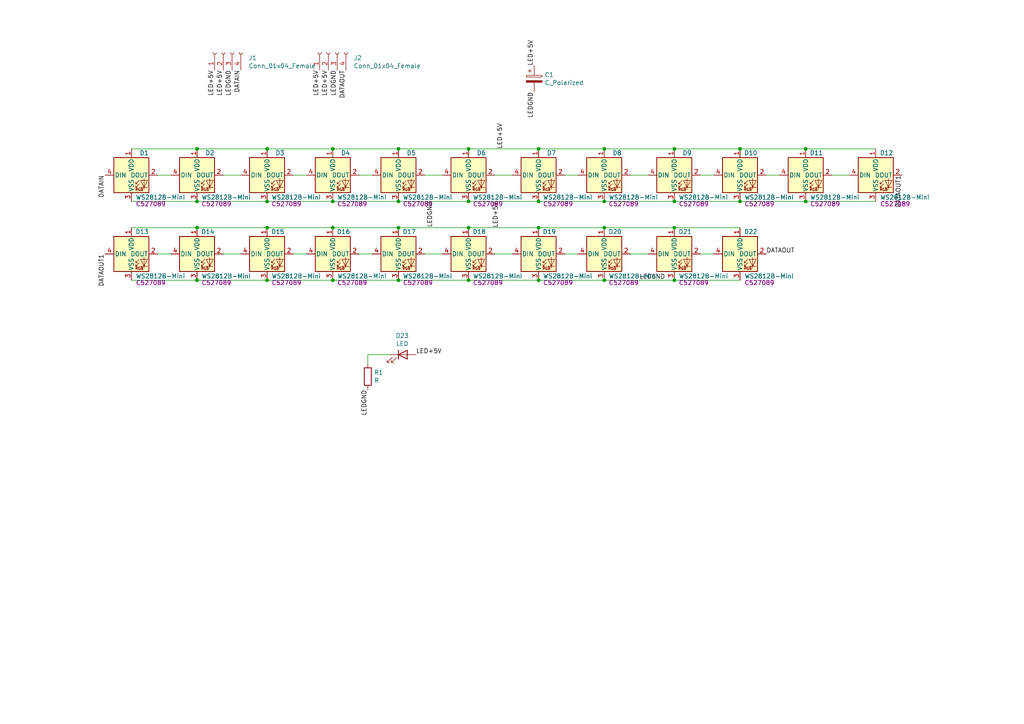
<source format=kicad_sch>
(kicad_sch (version 20211123) (generator eeschema)
  (paper "A4")
  (lib_symbols
    (symbol "Connector:Conn_01x04_Female" (pin_names (offset 1.016) hide)
      (property "Reference" "J" (at 0 5.08 0))
      (property "Value" "Conn_01x04_Female" (at 0 -7.62 0))
      (symbol "Conn_01x04_Female_1_1"
        (arc (start 0 -4.572) (mid -0.508 -5.08) (end 0 -5.588) (stroke (width 0.1524)))
        (arc (start 0 -2.032) (mid -0.508 -2.54) (end 0 -3.048) (stroke (width 0.1524)))
        (polyline (pts (xy -1.27 -5.08) (xy -0.508 -5.08)) (stroke (width 0.1524)))
        (polyline (pts (xy -1.27 -2.54) (xy -0.508 -2.54)) (stroke (width 0.1524)))
        (polyline (pts (xy -1.27 0) (xy -0.508 0)) (stroke (width 0.1524)))
        (polyline (pts (xy -1.27 2.54) (xy -0.508 2.54)) (stroke (width 0.1524)))
        (arc (start 0 0.508) (mid -0.508 0) (end 0 -0.508) (stroke (width 0.1524)))
        (arc (start 0 3.048) (mid -0.508 2.54) (end 0 2.032) (stroke (width 0.1524)))
        (pin passive line (at -5.08 2.54 0) (length 3.81) (name "Pin_1") (number "1"))
        (pin passive line (at -5.08 0 0) (length 3.81) (name "Pin_2") (number "2"))
        (pin passive line (at -5.08 -2.54 0) (length 3.81) (name "Pin_3") (number "3"))
        (pin passive line (at -5.08 -5.08 0) (length 3.81) (name "Pin_4") (number "4"))
      )
    )
    (symbol "Device:C_Polarized" (pin_numbers hide) (pin_names (offset 0.254))
      (property "Reference" "C" (at 0.635 2.54 0))
      (property "Value" "C_Polarized" (at 0.635 -2.54 0))
      (symbol "C_Polarized_0_1"
        (rectangle (start -2.286 0.508) (end 2.286 1.016))
        (polyline (pts (xy -1.778 2.286) (xy -0.762 2.286)))
        (polyline (pts (xy -1.27 2.794) (xy -1.27 1.778)))
        (rectangle (start 2.286 -0.508) (end -2.286 -1.016) (fill (type outline)))
      )
      (symbol "C_Polarized_1_1"
        (pin passive line (at 0 3.81 270) (length 2.794) (name "~") (number "1"))
        (pin passive line (at 0 -3.81 90) (length 2.794) (name "~") (number "2"))
      )
    )
    (symbol "Device:LED" (pin_numbers hide) (pin_names (offset 1.016) hide)
      (property "Reference" "D" (at 0 2.54 0))
      (property "Value" "LED" (at 0 -2.54 0))
      (symbol "LED_0_1"
        (polyline (pts (xy -1.27 -1.27) (xy -1.27 1.27)) (stroke (width 0.254)))
        (polyline (pts (xy -1.27 0) (xy 1.27 0)))
        (polyline (pts (xy 1.27 -1.27) (xy 1.27 1.27) (xy -1.27 0) (xy 1.27 -1.27)) (stroke (width 0.254)))
        (polyline (pts (xy -3.048 -0.762) (xy -4.572 -2.286) (xy -3.81 -2.286) (xy -4.572 -2.286) (xy -4.572 -1.524)))
        (polyline (pts (xy -1.778 -0.762) (xy -3.302 -2.286) (xy -2.54 -2.286) (xy -3.302 -2.286) (xy -3.302 -1.524)))
      )
      (symbol "LED_1_1"
        (pin passive line (at -3.81 0 0) (length 2.54) (name "K") (number "1"))
        (pin passive line (at 3.81 0 180) (length 2.54) (name "A") (number "2"))
      )
    )
    (symbol "Device:R" (pin_numbers hide) (pin_names (offset 0))
      (property "Reference" "R" (at 2.032 0 90))
      (property "Value" "R" (at 0 0 90))
      (symbol "R_0_1"
        (rectangle (start -1.016 -2.54) (end 1.016 2.54) (stroke (width 0.254)))
      )
      (symbol "R_1_1"
        (pin passive line (at 0 3.81 270) (length 1.27) (name "~") (number "1"))
        (pin passive line (at 0 -3.81 90) (length 1.27) (name "~") (number "2"))
      )
    )
    (symbol "OpenHornet:WS2812B-Mini" (pin_names (offset 0.254))
      (property "Reference" "D" (at 5.08 5.715 0))
      (property "Value" "WS2812B-Mini" (at 1.27 -5.715 0))
      (property "LCSC Part Number" "C527089" (at 1.27 -7.62 0))
      (symbol "WS2812B-Mini_0_0"
        (text "RGB" (at 2.286 -4.191 0) (effects (font (size 0.762 0.762))))
      )
      (symbol "WS2812B-Mini_0_1"
        (polyline (pts (xy 1.27 -3.556) (xy 1.778 -3.556)))
        (polyline (pts (xy 1.27 -2.54) (xy 1.778 -2.54)))
        (polyline (pts (xy 4.699 -3.556) (xy 2.667 -3.556)))
        (polyline (pts (xy 2.286 -2.54) (xy 1.27 -3.556) (xy 1.27 -3.048)))
        (polyline (pts (xy 2.286 -1.524) (xy 1.27 -2.54) (xy 1.27 -2.032)))
        (polyline (pts (xy 3.683 -1.016) (xy 3.683 -3.556) (xy 3.683 -4.064)))
        (polyline (pts (xy 4.699 -1.524) (xy 2.667 -1.524) (xy 3.683 -3.556) (xy 4.699 -1.524)))
        (rectangle (start 5.08 5.08) (end -5.08 -5.08) (stroke (width 0.254)) (fill (type background)))
      )
      (symbol "WS2812B-Mini_1_1"
        (pin power_in line (at 0 7.62 270) (length 2.54) (name "VDD") (number "1"))
        (pin output line (at 7.62 0 180) (length 2.54) (name "DOUT") (number "2"))
        (pin power_in line (at 0 -7.62 90) (length 2.54) (name "VSS") (number "3"))
        (pin input line (at -7.62 0 0) (length 2.54) (name "DIN") (number "4"))
      )
    )
    (symbol "WS2812B-Mini_1" (pin_names (offset 0.254))
      (property "Reference" "D" (at 5.08 5.715 0))
      (property "Value" "WS2812B-Mini_1" (at 1.27 -5.715 0))
      (property "LCSC Part Number" "C527089" (at 1.27 -7.62 0))
      (symbol "WS2812B-Mini_1_0_0"
        (text "RGB" (at 2.286 -4.191 0) (effects (font (size 0.762 0.762))))
      )
      (symbol "WS2812B-Mini_1_0_1"
        (polyline (pts (xy 1.27 -3.556) (xy 1.778 -3.556)))
        (polyline (pts (xy 1.27 -2.54) (xy 1.778 -2.54)))
        (polyline (pts (xy 4.699 -3.556) (xy 2.667 -3.556)))
        (polyline (pts (xy 2.286 -2.54) (xy 1.27 -3.556) (xy 1.27 -3.048)))
        (polyline (pts (xy 2.286 -1.524) (xy 1.27 -2.54) (xy 1.27 -2.032)))
        (polyline (pts (xy 3.683 -1.016) (xy 3.683 -3.556) (xy 3.683 -4.064)))
        (polyline (pts (xy 4.699 -1.524) (xy 2.667 -1.524) (xy 3.683 -3.556) (xy 4.699 -1.524)))
        (rectangle (start 5.08 5.08) (end -5.08 -5.08) (stroke (width 0.254)) (fill (type background)))
      )
      (symbol "WS2812B-Mini_1_1_1"
        (pin power_in line (at 0 7.62 270) (length 2.54) (name "VDD") (number "1"))
        (pin output line (at 7.62 0 180) (length 2.54) (name "DOUT") (number "2"))
        (pin power_in line (at 0 -7.62 90) (length 2.54) (name "VSS") (number "3"))
        (pin input line (at -7.62 0 0) (length 2.54) (name "DIN") (number "4"))
      )
    )
    (symbol "WS2812B-Mini_10" (pin_names (offset 0.254))
      (property "Reference" "D" (at 5.08 5.715 0))
      (property "Value" "WS2812B-Mini_10" (at 1.27 -5.715 0))
      (property "LCSC Part Number" "C527089" (at 1.27 -7.62 0))
      (symbol "WS2812B-Mini_10_0_0"
        (text "RGB" (at 2.286 -4.191 0) (effects (font (size 0.762 0.762))))
      )
      (symbol "WS2812B-Mini_10_0_1"
        (polyline (pts (xy 1.27 -3.556) (xy 1.778 -3.556)))
        (polyline (pts (xy 1.27 -2.54) (xy 1.778 -2.54)))
        (polyline (pts (xy 4.699 -3.556) (xy 2.667 -3.556)))
        (polyline (pts (xy 2.286 -2.54) (xy 1.27 -3.556) (xy 1.27 -3.048)))
        (polyline (pts (xy 2.286 -1.524) (xy 1.27 -2.54) (xy 1.27 -2.032)))
        (polyline (pts (xy 3.683 -1.016) (xy 3.683 -3.556) (xy 3.683 -4.064)))
        (polyline (pts (xy 4.699 -1.524) (xy 2.667 -1.524) (xy 3.683 -3.556) (xy 4.699 -1.524)))
        (rectangle (start 5.08 5.08) (end -5.08 -5.08) (stroke (width 0.254)) (fill (type background)))
      )
      (symbol "WS2812B-Mini_10_1_1"
        (pin power_in line (at 0 7.62 270) (length 2.54) (name "VDD") (number "1"))
        (pin output line (at 7.62 0 180) (length 2.54) (name "DOUT") (number "2"))
        (pin power_in line (at 0 -7.62 90) (length 2.54) (name "VSS") (number "3"))
        (pin input line (at -7.62 0 0) (length 2.54) (name "DIN") (number "4"))
      )
    )
    (symbol "WS2812B-Mini_11" (pin_names (offset 0.254))
      (property "Reference" "D" (at 5.08 5.715 0))
      (property "Value" "WS2812B-Mini_11" (at 1.27 -5.715 0))
      (property "LCSC Part Number" "C527089" (at 1.27 -7.62 0))
      (symbol "WS2812B-Mini_11_0_0"
        (text "RGB" (at 2.286 -4.191 0) (effects (font (size 0.762 0.762))))
      )
      (symbol "WS2812B-Mini_11_0_1"
        (polyline (pts (xy 1.27 -3.556) (xy 1.778 -3.556)))
        (polyline (pts (xy 1.27 -2.54) (xy 1.778 -2.54)))
        (polyline (pts (xy 4.699 -3.556) (xy 2.667 -3.556)))
        (polyline (pts (xy 2.286 -2.54) (xy 1.27 -3.556) (xy 1.27 -3.048)))
        (polyline (pts (xy 2.286 -1.524) (xy 1.27 -2.54) (xy 1.27 -2.032)))
        (polyline (pts (xy 3.683 -1.016) (xy 3.683 -3.556) (xy 3.683 -4.064)))
        (polyline (pts (xy 4.699 -1.524) (xy 2.667 -1.524) (xy 3.683 -3.556) (xy 4.699 -1.524)))
        (rectangle (start 5.08 5.08) (end -5.08 -5.08) (stroke (width 0.254)) (fill (type background)))
      )
      (symbol "WS2812B-Mini_11_1_1"
        (pin power_in line (at 0 7.62 270) (length 2.54) (name "VDD") (number "1"))
        (pin output line (at 7.62 0 180) (length 2.54) (name "DOUT") (number "2"))
        (pin power_in line (at 0 -7.62 90) (length 2.54) (name "VSS") (number "3"))
        (pin input line (at -7.62 0 0) (length 2.54) (name "DIN") (number "4"))
      )
    )
    (symbol "WS2812B-Mini_12" (pin_names (offset 0.254))
      (property "Reference" "D" (at 5.08 5.715 0))
      (property "Value" "WS2812B-Mini_12" (at 1.27 -5.715 0))
      (property "LCSC Part Number" "C527089" (at 1.27 -7.62 0))
      (symbol "WS2812B-Mini_12_0_0"
        (text "RGB" (at 2.286 -4.191 0) (effects (font (size 0.762 0.762))))
      )
      (symbol "WS2812B-Mini_12_0_1"
        (polyline (pts (xy 1.27 -3.556) (xy 1.778 -3.556)))
        (polyline (pts (xy 1.27 -2.54) (xy 1.778 -2.54)))
        (polyline (pts (xy 4.699 -3.556) (xy 2.667 -3.556)))
        (polyline (pts (xy 2.286 -2.54) (xy 1.27 -3.556) (xy 1.27 -3.048)))
        (polyline (pts (xy 2.286 -1.524) (xy 1.27 -2.54) (xy 1.27 -2.032)))
        (polyline (pts (xy 3.683 -1.016) (xy 3.683 -3.556) (xy 3.683 -4.064)))
        (polyline (pts (xy 4.699 -1.524) (xy 2.667 -1.524) (xy 3.683 -3.556) (xy 4.699 -1.524)))
        (rectangle (start 5.08 5.08) (end -5.08 -5.08) (stroke (width 0.254)) (fill (type background)))
      )
      (symbol "WS2812B-Mini_12_1_1"
        (pin power_in line (at 0 7.62 270) (length 2.54) (name "VDD") (number "1"))
        (pin output line (at 7.62 0 180) (length 2.54) (name "DOUT") (number "2"))
        (pin power_in line (at 0 -7.62 90) (length 2.54) (name "VSS") (number "3"))
        (pin input line (at -7.62 0 0) (length 2.54) (name "DIN") (number "4"))
      )
    )
    (symbol "WS2812B-Mini_13" (pin_names (offset 0.254))
      (property "Reference" "D" (at 5.08 5.715 0))
      (property "Value" "WS2812B-Mini_13" (at 1.27 -5.715 0))
      (property "LCSC Part Number" "C527089" (at 1.27 -7.62 0))
      (symbol "WS2812B-Mini_13_0_0"
        (text "RGB" (at 2.286 -4.191 0) (effects (font (size 0.762 0.762))))
      )
      (symbol "WS2812B-Mini_13_0_1"
        (polyline (pts (xy 1.27 -3.556) (xy 1.778 -3.556)))
        (polyline (pts (xy 1.27 -2.54) (xy 1.778 -2.54)))
        (polyline (pts (xy 4.699 -3.556) (xy 2.667 -3.556)))
        (polyline (pts (xy 2.286 -2.54) (xy 1.27 -3.556) (xy 1.27 -3.048)))
        (polyline (pts (xy 2.286 -1.524) (xy 1.27 -2.54) (xy 1.27 -2.032)))
        (polyline (pts (xy 3.683 -1.016) (xy 3.683 -3.556) (xy 3.683 -4.064)))
        (polyline (pts (xy 4.699 -1.524) (xy 2.667 -1.524) (xy 3.683 -3.556) (xy 4.699 -1.524)))
        (rectangle (start 5.08 5.08) (end -5.08 -5.08) (stroke (width 0.254)) (fill (type background)))
      )
      (symbol "WS2812B-Mini_13_1_1"
        (pin power_in line (at 0 7.62 270) (length 2.54) (name "VDD") (number "1"))
        (pin output line (at 7.62 0 180) (length 2.54) (name "DOUT") (number "2"))
        (pin power_in line (at 0 -7.62 90) (length 2.54) (name "VSS") (number "3"))
        (pin input line (at -7.62 0 0) (length 2.54) (name "DIN") (number "4"))
      )
    )
    (symbol "WS2812B-Mini_14" (pin_names (offset 0.254))
      (property "Reference" "D" (at 5.08 5.715 0))
      (property "Value" "WS2812B-Mini_14" (at 1.27 -5.715 0))
      (property "LCSC Part Number" "C527089" (at 1.27 -7.62 0))
      (symbol "WS2812B-Mini_14_0_0"
        (text "RGB" (at 2.286 -4.191 0) (effects (font (size 0.762 0.762))))
      )
      (symbol "WS2812B-Mini_14_0_1"
        (polyline (pts (xy 1.27 -3.556) (xy 1.778 -3.556)))
        (polyline (pts (xy 1.27 -2.54) (xy 1.778 -2.54)))
        (polyline (pts (xy 4.699 -3.556) (xy 2.667 -3.556)))
        (polyline (pts (xy 2.286 -2.54) (xy 1.27 -3.556) (xy 1.27 -3.048)))
        (polyline (pts (xy 2.286 -1.524) (xy 1.27 -2.54) (xy 1.27 -2.032)))
        (polyline (pts (xy 3.683 -1.016) (xy 3.683 -3.556) (xy 3.683 -4.064)))
        (polyline (pts (xy 4.699 -1.524) (xy 2.667 -1.524) (xy 3.683 -3.556) (xy 4.699 -1.524)))
        (rectangle (start 5.08 5.08) (end -5.08 -5.08) (stroke (width 0.254)) (fill (type background)))
      )
      (symbol "WS2812B-Mini_14_1_1"
        (pin power_in line (at 0 7.62 270) (length 2.54) (name "VDD") (number "1"))
        (pin output line (at 7.62 0 180) (length 2.54) (name "DOUT") (number "2"))
        (pin power_in line (at 0 -7.62 90) (length 2.54) (name "VSS") (number "3"))
        (pin input line (at -7.62 0 0) (length 2.54) (name "DIN") (number "4"))
      )
    )
    (symbol "WS2812B-Mini_15" (pin_names (offset 0.254))
      (property "Reference" "D" (at 5.08 5.715 0))
      (property "Value" "WS2812B-Mini_15" (at 1.27 -5.715 0))
      (property "LCSC Part Number" "C527089" (at 1.27 -7.62 0))
      (symbol "WS2812B-Mini_15_0_0"
        (text "RGB" (at 2.286 -4.191 0) (effects (font (size 0.762 0.762))))
      )
      (symbol "WS2812B-Mini_15_0_1"
        (polyline (pts (xy 1.27 -3.556) (xy 1.778 -3.556)))
        (polyline (pts (xy 1.27 -2.54) (xy 1.778 -2.54)))
        (polyline (pts (xy 4.699 -3.556) (xy 2.667 -3.556)))
        (polyline (pts (xy 2.286 -2.54) (xy 1.27 -3.556) (xy 1.27 -3.048)))
        (polyline (pts (xy 2.286 -1.524) (xy 1.27 -2.54) (xy 1.27 -2.032)))
        (polyline (pts (xy 3.683 -1.016) (xy 3.683 -3.556) (xy 3.683 -4.064)))
        (polyline (pts (xy 4.699 -1.524) (xy 2.667 -1.524) (xy 3.683 -3.556) (xy 4.699 -1.524)))
        (rectangle (start 5.08 5.08) (end -5.08 -5.08) (stroke (width 0.254)) (fill (type background)))
      )
      (symbol "WS2812B-Mini_15_1_1"
        (pin power_in line (at 0 7.62 270) (length 2.54) (name "VDD") (number "1"))
        (pin output line (at 7.62 0 180) (length 2.54) (name "DOUT") (number "2"))
        (pin power_in line (at 0 -7.62 90) (length 2.54) (name "VSS") (number "3"))
        (pin input line (at -7.62 0 0) (length 2.54) (name "DIN") (number "4"))
      )
    )
    (symbol "WS2812B-Mini_16" (pin_names (offset 0.254))
      (property "Reference" "D" (at 5.08 5.715 0))
      (property "Value" "WS2812B-Mini_16" (at 1.27 -5.715 0))
      (property "LCSC Part Number" "C527089" (at 1.27 -7.62 0))
      (symbol "WS2812B-Mini_16_0_0"
        (text "RGB" (at 2.286 -4.191 0) (effects (font (size 0.762 0.762))))
      )
      (symbol "WS2812B-Mini_16_0_1"
        (polyline (pts (xy 1.27 -3.556) (xy 1.778 -3.556)))
        (polyline (pts (xy 1.27 -2.54) (xy 1.778 -2.54)))
        (polyline (pts (xy 4.699 -3.556) (xy 2.667 -3.556)))
        (polyline (pts (xy 2.286 -2.54) (xy 1.27 -3.556) (xy 1.27 -3.048)))
        (polyline (pts (xy 2.286 -1.524) (xy 1.27 -2.54) (xy 1.27 -2.032)))
        (polyline (pts (xy 3.683 -1.016) (xy 3.683 -3.556) (xy 3.683 -4.064)))
        (polyline (pts (xy 4.699 -1.524) (xy 2.667 -1.524) (xy 3.683 -3.556) (xy 4.699 -1.524)))
        (rectangle (start 5.08 5.08) (end -5.08 -5.08) (stroke (width 0.254)) (fill (type background)))
      )
      (symbol "WS2812B-Mini_16_1_1"
        (pin power_in line (at 0 7.62 270) (length 2.54) (name "VDD") (number "1"))
        (pin output line (at 7.62 0 180) (length 2.54) (name "DOUT") (number "2"))
        (pin power_in line (at 0 -7.62 90) (length 2.54) (name "VSS") (number "3"))
        (pin input line (at -7.62 0 0) (length 2.54) (name "DIN") (number "4"))
      )
    )
    (symbol "WS2812B-Mini_17" (pin_names (offset 0.254))
      (property "Reference" "D" (at 5.08 5.715 0))
      (property "Value" "WS2812B-Mini_17" (at 1.27 -5.715 0))
      (property "LCSC Part Number" "C527089" (at 1.27 -7.62 0))
      (symbol "WS2812B-Mini_17_0_0"
        (text "RGB" (at 2.286 -4.191 0) (effects (font (size 0.762 0.762))))
      )
      (symbol "WS2812B-Mini_17_0_1"
        (polyline (pts (xy 1.27 -3.556) (xy 1.778 -3.556)))
        (polyline (pts (xy 1.27 -2.54) (xy 1.778 -2.54)))
        (polyline (pts (xy 4.699 -3.556) (xy 2.667 -3.556)))
        (polyline (pts (xy 2.286 -2.54) (xy 1.27 -3.556) (xy 1.27 -3.048)))
        (polyline (pts (xy 2.286 -1.524) (xy 1.27 -2.54) (xy 1.27 -2.032)))
        (polyline (pts (xy 3.683 -1.016) (xy 3.683 -3.556) (xy 3.683 -4.064)))
        (polyline (pts (xy 4.699 -1.524) (xy 2.667 -1.524) (xy 3.683 -3.556) (xy 4.699 -1.524)))
        (rectangle (start 5.08 5.08) (end -5.08 -5.08) (stroke (width 0.254)) (fill (type background)))
      )
      (symbol "WS2812B-Mini_17_1_1"
        (pin power_in line (at 0 7.62 270) (length 2.54) (name "VDD") (number "1"))
        (pin output line (at 7.62 0 180) (length 2.54) (name "DOUT") (number "2"))
        (pin power_in line (at 0 -7.62 90) (length 2.54) (name "VSS") (number "3"))
        (pin input line (at -7.62 0 0) (length 2.54) (name "DIN") (number "4"))
      )
    )
    (symbol "WS2812B-Mini_18" (pin_names (offset 0.254))
      (property "Reference" "D" (at 5.08 5.715 0))
      (property "Value" "WS2812B-Mini_18" (at 1.27 -5.715 0))
      (property "LCSC Part Number" "C527089" (at 1.27 -7.62 0))
      (symbol "WS2812B-Mini_18_0_0"
        (text "RGB" (at 2.286 -4.191 0) (effects (font (size 0.762 0.762))))
      )
      (symbol "WS2812B-Mini_18_0_1"
        (polyline (pts (xy 1.27 -3.556) (xy 1.778 -3.556)))
        (polyline (pts (xy 1.27 -2.54) (xy 1.778 -2.54)))
        (polyline (pts (xy 4.699 -3.556) (xy 2.667 -3.556)))
        (polyline (pts (xy 2.286 -2.54) (xy 1.27 -3.556) (xy 1.27 -3.048)))
        (polyline (pts (xy 2.286 -1.524) (xy 1.27 -2.54) (xy 1.27 -2.032)))
        (polyline (pts (xy 3.683 -1.016) (xy 3.683 -3.556) (xy 3.683 -4.064)))
        (polyline (pts (xy 4.699 -1.524) (xy 2.667 -1.524) (xy 3.683 -3.556) (xy 4.699 -1.524)))
        (rectangle (start 5.08 5.08) (end -5.08 -5.08) (stroke (width 0.254)) (fill (type background)))
      )
      (symbol "WS2812B-Mini_18_1_1"
        (pin power_in line (at 0 7.62 270) (length 2.54) (name "VDD") (number "1"))
        (pin output line (at 7.62 0 180) (length 2.54) (name "DOUT") (number "2"))
        (pin power_in line (at 0 -7.62 90) (length 2.54) (name "VSS") (number "3"))
        (pin input line (at -7.62 0 0) (length 2.54) (name "DIN") (number "4"))
      )
    )
    (symbol "WS2812B-Mini_19" (pin_names (offset 0.254))
      (property "Reference" "D" (at 5.08 5.715 0))
      (property "Value" "WS2812B-Mini_19" (at 1.27 -5.715 0))
      (property "LCSC Part Number" "C527089" (at 1.27 -7.62 0))
      (symbol "WS2812B-Mini_19_0_0"
        (text "RGB" (at 2.286 -4.191 0) (effects (font (size 0.762 0.762))))
      )
      (symbol "WS2812B-Mini_19_0_1"
        (polyline (pts (xy 1.27 -3.556) (xy 1.778 -3.556)))
        (polyline (pts (xy 1.27 -2.54) (xy 1.778 -2.54)))
        (polyline (pts (xy 4.699 -3.556) (xy 2.667 -3.556)))
        (polyline (pts (xy 2.286 -2.54) (xy 1.27 -3.556) (xy 1.27 -3.048)))
        (polyline (pts (xy 2.286 -1.524) (xy 1.27 -2.54) (xy 1.27 -2.032)))
        (polyline (pts (xy 3.683 -1.016) (xy 3.683 -3.556) (xy 3.683 -4.064)))
        (polyline (pts (xy 4.699 -1.524) (xy 2.667 -1.524) (xy 3.683 -3.556) (xy 4.699 -1.524)))
        (rectangle (start 5.08 5.08) (end -5.08 -5.08) (stroke (width 0.254)) (fill (type background)))
      )
      (symbol "WS2812B-Mini_19_1_1"
        (pin power_in line (at 0 7.62 270) (length 2.54) (name "VDD") (number "1"))
        (pin output line (at 7.62 0 180) (length 2.54) (name "DOUT") (number "2"))
        (pin power_in line (at 0 -7.62 90) (length 2.54) (name "VSS") (number "3"))
        (pin input line (at -7.62 0 0) (length 2.54) (name "DIN") (number "4"))
      )
    )
    (symbol "WS2812B-Mini_2" (pin_names (offset 0.254))
      (property "Reference" "D" (at 5.08 5.715 0))
      (property "Value" "WS2812B-Mini_2" (at 1.27 -5.715 0))
      (property "LCSC Part Number" "C527089" (at 1.27 -7.62 0))
      (symbol "WS2812B-Mini_2_0_0"
        (text "RGB" (at 2.286 -4.191 0) (effects (font (size 0.762 0.762))))
      )
      (symbol "WS2812B-Mini_2_0_1"
        (polyline (pts (xy 1.27 -3.556) (xy 1.778 -3.556)))
        (polyline (pts (xy 1.27 -2.54) (xy 1.778 -2.54)))
        (polyline (pts (xy 4.699 -3.556) (xy 2.667 -3.556)))
        (polyline (pts (xy 2.286 -2.54) (xy 1.27 -3.556) (xy 1.27 -3.048)))
        (polyline (pts (xy 2.286 -1.524) (xy 1.27 -2.54) (xy 1.27 -2.032)))
        (polyline (pts (xy 3.683 -1.016) (xy 3.683 -3.556) (xy 3.683 -4.064)))
        (polyline (pts (xy 4.699 -1.524) (xy 2.667 -1.524) (xy 3.683 -3.556) (xy 4.699 -1.524)))
        (rectangle (start 5.08 5.08) (end -5.08 -5.08) (stroke (width 0.254)) (fill (type background)))
      )
      (symbol "WS2812B-Mini_2_1_1"
        (pin power_in line (at 0 7.62 270) (length 2.54) (name "VDD") (number "1"))
        (pin output line (at 7.62 0 180) (length 2.54) (name "DOUT") (number "2"))
        (pin power_in line (at 0 -7.62 90) (length 2.54) (name "VSS") (number "3"))
        (pin input line (at -7.62 0 0) (length 2.54) (name "DIN") (number "4"))
      )
    )
    (symbol "WS2812B-Mini_20" (pin_names (offset 0.254))
      (property "Reference" "D" (at 5.08 5.715 0))
      (property "Value" "WS2812B-Mini_20" (at 1.27 -5.715 0))
      (property "LCSC Part Number" "C527089" (at 1.27 -7.62 0))
      (symbol "WS2812B-Mini_20_0_0"
        (text "RGB" (at 2.286 -4.191 0) (effects (font (size 0.762 0.762))))
      )
      (symbol "WS2812B-Mini_20_0_1"
        (polyline (pts (xy 1.27 -3.556) (xy 1.778 -3.556)))
        (polyline (pts (xy 1.27 -2.54) (xy 1.778 -2.54)))
        (polyline (pts (xy 4.699 -3.556) (xy 2.667 -3.556)))
        (polyline (pts (xy 2.286 -2.54) (xy 1.27 -3.556) (xy 1.27 -3.048)))
        (polyline (pts (xy 2.286 -1.524) (xy 1.27 -2.54) (xy 1.27 -2.032)))
        (polyline (pts (xy 3.683 -1.016) (xy 3.683 -3.556) (xy 3.683 -4.064)))
        (polyline (pts (xy 4.699 -1.524) (xy 2.667 -1.524) (xy 3.683 -3.556) (xy 4.699 -1.524)))
        (rectangle (start 5.08 5.08) (end -5.08 -5.08) (stroke (width 0.254)) (fill (type background)))
      )
      (symbol "WS2812B-Mini_20_1_1"
        (pin power_in line (at 0 7.62 270) (length 2.54) (name "VDD") (number "1"))
        (pin output line (at 7.62 0 180) (length 2.54) (name "DOUT") (number "2"))
        (pin power_in line (at 0 -7.62 90) (length 2.54) (name "VSS") (number "3"))
        (pin input line (at -7.62 0 0) (length 2.54) (name "DIN") (number "4"))
      )
    )
    (symbol "WS2812B-Mini_21" (pin_names (offset 0.254))
      (property "Reference" "D" (at 5.08 5.715 0))
      (property "Value" "WS2812B-Mini_21" (at 1.27 -5.715 0))
      (property "LCSC Part Number" "C527089" (at 1.27 -7.62 0))
      (symbol "WS2812B-Mini_21_0_0"
        (text "RGB" (at 2.286 -4.191 0) (effects (font (size 0.762 0.762))))
      )
      (symbol "WS2812B-Mini_21_0_1"
        (polyline (pts (xy 1.27 -3.556) (xy 1.778 -3.556)))
        (polyline (pts (xy 1.27 -2.54) (xy 1.778 -2.54)))
        (polyline (pts (xy 4.699 -3.556) (xy 2.667 -3.556)))
        (polyline (pts (xy 2.286 -2.54) (xy 1.27 -3.556) (xy 1.27 -3.048)))
        (polyline (pts (xy 2.286 -1.524) (xy 1.27 -2.54) (xy 1.27 -2.032)))
        (polyline (pts (xy 3.683 -1.016) (xy 3.683 -3.556) (xy 3.683 -4.064)))
        (polyline (pts (xy 4.699 -1.524) (xy 2.667 -1.524) (xy 3.683 -3.556) (xy 4.699 -1.524)))
        (rectangle (start 5.08 5.08) (end -5.08 -5.08) (stroke (width 0.254)) (fill (type background)))
      )
      (symbol "WS2812B-Mini_21_1_1"
        (pin power_in line (at 0 7.62 270) (length 2.54) (name "VDD") (number "1"))
        (pin output line (at 7.62 0 180) (length 2.54) (name "DOUT") (number "2"))
        (pin power_in line (at 0 -7.62 90) (length 2.54) (name "VSS") (number "3"))
        (pin input line (at -7.62 0 0) (length 2.54) (name "DIN") (number "4"))
      )
    )
    (symbol "WS2812B-Mini_3" (pin_names (offset 0.254))
      (property "Reference" "D" (at 5.08 5.715 0))
      (property "Value" "WS2812B-Mini_3" (at 1.27 -5.715 0))
      (property "LCSC Part Number" "C527089" (at 1.27 -7.62 0))
      (symbol "WS2812B-Mini_3_0_0"
        (text "RGB" (at 2.286 -4.191 0) (effects (font (size 0.762 0.762))))
      )
      (symbol "WS2812B-Mini_3_0_1"
        (polyline (pts (xy 1.27 -3.556) (xy 1.778 -3.556)))
        (polyline (pts (xy 1.27 -2.54) (xy 1.778 -2.54)))
        (polyline (pts (xy 4.699 -3.556) (xy 2.667 -3.556)))
        (polyline (pts (xy 2.286 -2.54) (xy 1.27 -3.556) (xy 1.27 -3.048)))
        (polyline (pts (xy 2.286 -1.524) (xy 1.27 -2.54) (xy 1.27 -2.032)))
        (polyline (pts (xy 3.683 -1.016) (xy 3.683 -3.556) (xy 3.683 -4.064)))
        (polyline (pts (xy 4.699 -1.524) (xy 2.667 -1.524) (xy 3.683 -3.556) (xy 4.699 -1.524)))
        (rectangle (start 5.08 5.08) (end -5.08 -5.08) (stroke (width 0.254)) (fill (type background)))
      )
      (symbol "WS2812B-Mini_3_1_1"
        (pin power_in line (at 0 7.62 270) (length 2.54) (name "VDD") (number "1"))
        (pin output line (at 7.62 0 180) (length 2.54) (name "DOUT") (number "2"))
        (pin power_in line (at 0 -7.62 90) (length 2.54) (name "VSS") (number "3"))
        (pin input line (at -7.62 0 0) (length 2.54) (name "DIN") (number "4"))
      )
    )
    (symbol "WS2812B-Mini_4" (pin_names (offset 0.254))
      (property "Reference" "D" (at 5.08 5.715 0))
      (property "Value" "WS2812B-Mini_4" (at 1.27 -5.715 0))
      (property "LCSC Part Number" "C527089" (at 1.27 -7.62 0))
      (symbol "WS2812B-Mini_4_0_0"
        (text "RGB" (at 2.286 -4.191 0) (effects (font (size 0.762 0.762))))
      )
      (symbol "WS2812B-Mini_4_0_1"
        (polyline (pts (xy 1.27 -3.556) (xy 1.778 -3.556)))
        (polyline (pts (xy 1.27 -2.54) (xy 1.778 -2.54)))
        (polyline (pts (xy 4.699 -3.556) (xy 2.667 -3.556)))
        (polyline (pts (xy 2.286 -2.54) (xy 1.27 -3.556) (xy 1.27 -3.048)))
        (polyline (pts (xy 2.286 -1.524) (xy 1.27 -2.54) (xy 1.27 -2.032)))
        (polyline (pts (xy 3.683 -1.016) (xy 3.683 -3.556) (xy 3.683 -4.064)))
        (polyline (pts (xy 4.699 -1.524) (xy 2.667 -1.524) (xy 3.683 -3.556) (xy 4.699 -1.524)))
        (rectangle (start 5.08 5.08) (end -5.08 -5.08) (stroke (width 0.254)) (fill (type background)))
      )
      (symbol "WS2812B-Mini_4_1_1"
        (pin power_in line (at 0 7.62 270) (length 2.54) (name "VDD") (number "1"))
        (pin output line (at 7.62 0 180) (length 2.54) (name "DOUT") (number "2"))
        (pin power_in line (at 0 -7.62 90) (length 2.54) (name "VSS") (number "3"))
        (pin input line (at -7.62 0 0) (length 2.54) (name "DIN") (number "4"))
      )
    )
    (symbol "WS2812B-Mini_5" (pin_names (offset 0.254))
      (property "Reference" "D" (at 5.08 5.715 0))
      (property "Value" "WS2812B-Mini_5" (at 1.27 -5.715 0))
      (property "LCSC Part Number" "C527089" (at 1.27 -7.62 0))
      (symbol "WS2812B-Mini_5_0_0"
        (text "RGB" (at 2.286 -4.191 0) (effects (font (size 0.762 0.762))))
      )
      (symbol "WS2812B-Mini_5_0_1"
        (polyline (pts (xy 1.27 -3.556) (xy 1.778 -3.556)))
        (polyline (pts (xy 1.27 -2.54) (xy 1.778 -2.54)))
        (polyline (pts (xy 4.699 -3.556) (xy 2.667 -3.556)))
        (polyline (pts (xy 2.286 -2.54) (xy 1.27 -3.556) (xy 1.27 -3.048)))
        (polyline (pts (xy 2.286 -1.524) (xy 1.27 -2.54) (xy 1.27 -2.032)))
        (polyline (pts (xy 3.683 -1.016) (xy 3.683 -3.556) (xy 3.683 -4.064)))
        (polyline (pts (xy 4.699 -1.524) (xy 2.667 -1.524) (xy 3.683 -3.556) (xy 4.699 -1.524)))
        (rectangle (start 5.08 5.08) (end -5.08 -5.08) (stroke (width 0.254)) (fill (type background)))
      )
      (symbol "WS2812B-Mini_5_1_1"
        (pin power_in line (at 0 7.62 270) (length 2.54) (name "VDD") (number "1"))
        (pin output line (at 7.62 0 180) (length 2.54) (name "DOUT") (number "2"))
        (pin power_in line (at 0 -7.62 90) (length 2.54) (name "VSS") (number "3"))
        (pin input line (at -7.62 0 0) (length 2.54) (name "DIN") (number "4"))
      )
    )
    (symbol "WS2812B-Mini_6" (pin_names (offset 0.254))
      (property "Reference" "D" (at 5.08 5.715 0))
      (property "Value" "WS2812B-Mini_6" (at 1.27 -5.715 0))
      (property "LCSC Part Number" "C527089" (at 1.27 -7.62 0))
      (symbol "WS2812B-Mini_6_0_0"
        (text "RGB" (at 2.286 -4.191 0) (effects (font (size 0.762 0.762))))
      )
      (symbol "WS2812B-Mini_6_0_1"
        (polyline (pts (xy 1.27 -3.556) (xy 1.778 -3.556)))
        (polyline (pts (xy 1.27 -2.54) (xy 1.778 -2.54)))
        (polyline (pts (xy 4.699 -3.556) (xy 2.667 -3.556)))
        (polyline (pts (xy 2.286 -2.54) (xy 1.27 -3.556) (xy 1.27 -3.048)))
        (polyline (pts (xy 2.286 -1.524) (xy 1.27 -2.54) (xy 1.27 -2.032)))
        (polyline (pts (xy 3.683 -1.016) (xy 3.683 -3.556) (xy 3.683 -4.064)))
        (polyline (pts (xy 4.699 -1.524) (xy 2.667 -1.524) (xy 3.683 -3.556) (xy 4.699 -1.524)))
        (rectangle (start 5.08 5.08) (end -5.08 -5.08) (stroke (width 0.254)) (fill (type background)))
      )
      (symbol "WS2812B-Mini_6_1_1"
        (pin power_in line (at 0 7.62 270) (length 2.54) (name "VDD") (number "1"))
        (pin output line (at 7.62 0 180) (length 2.54) (name "DOUT") (number "2"))
        (pin power_in line (at 0 -7.62 90) (length 2.54) (name "VSS") (number "3"))
        (pin input line (at -7.62 0 0) (length 2.54) (name "DIN") (number "4"))
      )
    )
    (symbol "WS2812B-Mini_7" (pin_names (offset 0.254))
      (property "Reference" "D" (at 5.08 5.715 0))
      (property "Value" "WS2812B-Mini_7" (at 1.27 -5.715 0))
      (property "LCSC Part Number" "C527089" (at 1.27 -7.62 0))
      (symbol "WS2812B-Mini_7_0_0"
        (text "RGB" (at 2.286 -4.191 0) (effects (font (size 0.762 0.762))))
      )
      (symbol "WS2812B-Mini_7_0_1"
        (polyline (pts (xy 1.27 -3.556) (xy 1.778 -3.556)))
        (polyline (pts (xy 1.27 -2.54) (xy 1.778 -2.54)))
        (polyline (pts (xy 4.699 -3.556) (xy 2.667 -3.556)))
        (polyline (pts (xy 2.286 -2.54) (xy 1.27 -3.556) (xy 1.27 -3.048)))
        (polyline (pts (xy 2.286 -1.524) (xy 1.27 -2.54) (xy 1.27 -2.032)))
        (polyline (pts (xy 3.683 -1.016) (xy 3.683 -3.556) (xy 3.683 -4.064)))
        (polyline (pts (xy 4.699 -1.524) (xy 2.667 -1.524) (xy 3.683 -3.556) (xy 4.699 -1.524)))
        (rectangle (start 5.08 5.08) (end -5.08 -5.08) (stroke (width 0.254)) (fill (type background)))
      )
      (symbol "WS2812B-Mini_7_1_1"
        (pin power_in line (at 0 7.62 270) (length 2.54) (name "VDD") (number "1"))
        (pin output line (at 7.62 0 180) (length 2.54) (name "DOUT") (number "2"))
        (pin power_in line (at 0 -7.62 90) (length 2.54) (name "VSS") (number "3"))
        (pin input line (at -7.62 0 0) (length 2.54) (name "DIN") (number "4"))
      )
    )
    (symbol "WS2812B-Mini_8" (pin_names (offset 0.254))
      (property "Reference" "D" (at 5.08 5.715 0))
      (property "Value" "WS2812B-Mini_8" (at 1.27 -5.715 0))
      (property "LCSC Part Number" "C527089" (at 1.27 -7.62 0))
      (symbol "WS2812B-Mini_8_0_0"
        (text "RGB" (at 2.286 -4.191 0) (effects (font (size 0.762 0.762))))
      )
      (symbol "WS2812B-Mini_8_0_1"
        (polyline (pts (xy 1.27 -3.556) (xy 1.778 -3.556)))
        (polyline (pts (xy 1.27 -2.54) (xy 1.778 -2.54)))
        (polyline (pts (xy 4.699 -3.556) (xy 2.667 -3.556)))
        (polyline (pts (xy 2.286 -2.54) (xy 1.27 -3.556) (xy 1.27 -3.048)))
        (polyline (pts (xy 2.286 -1.524) (xy 1.27 -2.54) (xy 1.27 -2.032)))
        (polyline (pts (xy 3.683 -1.016) (xy 3.683 -3.556) (xy 3.683 -4.064)))
        (polyline (pts (xy 4.699 -1.524) (xy 2.667 -1.524) (xy 3.683 -3.556) (xy 4.699 -1.524)))
        (rectangle (start 5.08 5.08) (end -5.08 -5.08) (stroke (width 0.254)) (fill (type background)))
      )
      (symbol "WS2812B-Mini_8_1_1"
        (pin power_in line (at 0 7.62 270) (length 2.54) (name "VDD") (number "1"))
        (pin output line (at 7.62 0 180) (length 2.54) (name "DOUT") (number "2"))
        (pin power_in line (at 0 -7.62 90) (length 2.54) (name "VSS") (number "3"))
        (pin input line (at -7.62 0 0) (length 2.54) (name "DIN") (number "4"))
      )
    )
    (symbol "WS2812B-Mini_9" (pin_names (offset 0.254))
      (property "Reference" "D" (at 5.08 5.715 0))
      (property "Value" "WS2812B-Mini_9" (at 1.27 -5.715 0))
      (property "LCSC Part Number" "C527089" (at 1.27 -7.62 0))
      (symbol "WS2812B-Mini_9_0_0"
        (text "RGB" (at 2.286 -4.191 0) (effects (font (size 0.762 0.762))))
      )
      (symbol "WS2812B-Mini_9_0_1"
        (polyline (pts (xy 1.27 -3.556) (xy 1.778 -3.556)))
        (polyline (pts (xy 1.27 -2.54) (xy 1.778 -2.54)))
        (polyline (pts (xy 4.699 -3.556) (xy 2.667 -3.556)))
        (polyline (pts (xy 2.286 -2.54) (xy 1.27 -3.556) (xy 1.27 -3.048)))
        (polyline (pts (xy 2.286 -1.524) (xy 1.27 -2.54) (xy 1.27 -2.032)))
        (polyline (pts (xy 3.683 -1.016) (xy 3.683 -3.556) (xy 3.683 -4.064)))
        (polyline (pts (xy 4.699 -1.524) (xy 2.667 -1.524) (xy 3.683 -3.556) (xy 4.699 -1.524)))
        (rectangle (start 5.08 5.08) (end -5.08 -5.08) (stroke (width 0.254)) (fill (type background)))
      )
      (symbol "WS2812B-Mini_9_1_1"
        (pin power_in line (at 0 7.62 270) (length 2.54) (name "VDD") (number "1"))
        (pin output line (at 7.62 0 180) (length 2.54) (name "DOUT") (number "2"))
        (pin power_in line (at 0 -7.62 90) (length 2.54) (name "VSS") (number "3"))
        (pin input line (at -7.62 0 0) (length 2.54) (name "DIN") (number "4"))
      )
    )
  )
  (junction (at 175.26 66.04))
  (junction (at 135.89 81.28))
  (junction (at 96.52 58.42))
  (junction (at 195.58 81.28))
  (junction (at 77.47 66.04))
  (junction (at 115.57 66.04))
  (junction (at 96.52 66.04))
  (junction (at 96.52 43.18))
  (junction (at 195.58 43.18))
  (junction (at 57.15 66.04))
  (junction (at 175.26 81.28))
  (junction (at 96.52 81.28))
  (junction (at 77.47 58.42))
  (junction (at 156.21 58.42))
  (junction (at 156.21 66.04))
  (junction (at 233.68 58.42))
  (junction (at 115.57 43.18))
  (junction (at 135.89 58.42))
  (junction (at 57.15 81.28))
  (junction (at 233.68 43.18))
  (junction (at 77.47 81.28))
  (junction (at 115.57 81.28))
  (junction (at 175.26 58.42))
  (junction (at 156.21 81.28))
  (junction (at 57.15 43.18))
  (junction (at 195.58 58.42))
  (junction (at 195.58 66.04))
  (junction (at 115.57 58.42))
  (junction (at 77.47 43.18))
  (junction (at 135.89 66.04))
  (junction (at 57.15 58.42))
  (junction (at 214.63 58.42))
  (junction (at 214.63 43.18))
  (junction (at 156.21 43.18))
  (junction (at 175.26 43.18))
  (junction (at 135.89 43.18))
  (wire (pts (xy 163.83 50.8) (xy 167.64 50.8)))
  (wire (pts (xy 175.26 58.42) (xy 195.58 58.42)))
  (wire (pts (xy 156.21 81.28) (xy 175.26 81.28)))
  (wire (pts (xy 135.89 81.28) (xy 156.21 81.28)))
  (wire (pts (xy 77.47 66.04) (xy 57.15 66.04)))
  (wire (pts (xy 77.47 43.18) (xy 57.15 43.18)))
  (wire (pts (xy 96.52 58.42) (xy 115.57 58.42)))
  (wire (pts (xy 115.57 81.28) (xy 135.89 81.28)))
  (wire (pts (xy 64.77 50.8) (xy 69.85 50.8)))
  (wire (pts (xy 57.15 58.42) (xy 77.47 58.42)))
  (wire (pts (xy 187.96 73.66) (xy 182.88 73.66)))
  (wire (pts (xy 222.25 50.8) (xy 226.06 50.8)))
  (wire (pts (xy 88.9 73.66) (xy 85.09 73.66)))
  (wire (pts (xy 38.1 81.28) (xy 57.15 81.28)))
  (wire (pts (xy 214.63 66.04) (xy 195.58 66.04)))
  (wire (pts (xy 214.63 43.18) (xy 195.58 43.18)))
  (wire (pts (xy 38.1 58.42) (xy 57.15 58.42)))
  (wire (pts (xy 175.26 43.18) (xy 156.21 43.18)))
  (wire (pts (xy 57.15 43.18) (xy 38.1 43.18)))
  (wire (pts (xy 45.72 50.8) (xy 49.53 50.8)))
  (wire (pts (xy 195.58 81.28) (xy 214.63 81.28)))
  (wire (pts (xy 156.21 58.42) (xy 175.26 58.42)))
  (wire (pts (xy 57.15 81.28) (xy 77.47 81.28)))
  (wire (pts (xy 113.03 102.87) (xy 106.68 102.87)))
  (wire (pts (xy 115.57 66.04) (xy 96.52 66.04)))
  (wire (pts (xy 96.52 43.18) (xy 77.47 43.18)))
  (wire (pts (xy 175.26 66.04) (xy 156.21 66.04)))
  (wire (pts (xy 233.68 58.42) (xy 254 58.42)))
  (wire (pts (xy 203.2 50.8) (xy 207.01 50.8)))
  (wire (pts (xy 143.51 50.8) (xy 148.59 50.8)))
  (wire (pts (xy 115.57 43.18) (xy 96.52 43.18)))
  (wire (pts (xy 69.85 73.66) (xy 64.77 73.66)))
  (wire (pts (xy 148.59 73.66) (xy 143.51 73.66)))
  (wire (pts (xy 135.89 58.42) (xy 156.21 58.42)))
  (wire (pts (xy 135.89 66.04) (xy 115.57 66.04)))
  (wire (pts (xy 85.09 50.8) (xy 88.9 50.8)))
  (wire (pts (xy 104.14 50.8) (xy 107.95 50.8)))
  (wire (pts (xy 123.19 50.8) (xy 128.27 50.8)))
  (wire (pts (xy 115.57 58.42) (xy 135.89 58.42)))
  (wire (pts (xy 182.88 50.8) (xy 187.96 50.8)))
  (wire (pts (xy 175.26 81.28) (xy 195.58 81.28)))
  (wire (pts (xy 77.47 81.28) (xy 96.52 81.28)))
  (wire (pts (xy 49.53 73.66) (xy 45.72 73.66)))
  (wire (pts (xy 207.01 73.66) (xy 203.2 73.66)))
  (wire (pts (xy 96.52 81.28) (xy 115.57 81.28)))
  (wire (pts (xy 77.47 58.42) (xy 96.52 58.42)))
  (wire (pts (xy 156.21 43.18) (xy 135.89 43.18)))
  (wire (pts (xy 241.3 50.8) (xy 246.38 50.8)))
  (wire (pts (xy 195.58 43.18) (xy 175.26 43.18)))
  (wire (pts (xy 233.68 43.18) (xy 214.63 43.18)))
  (wire (pts (xy 96.52 66.04) (xy 77.47 66.04)))
  (wire (pts (xy 57.15 66.04) (xy 38.1 66.04)))
  (wire (pts (xy 195.58 58.42) (xy 214.63 58.42)))
  (wire (pts (xy 156.21 66.04) (xy 135.89 66.04)))
  (wire (pts (xy 167.64 73.66) (xy 163.83 73.66)))
  (wire (pts (xy 107.95 73.66) (xy 104.14 73.66)))
  (wire (pts (xy 214.63 58.42) (xy 233.68 58.42)))
  (wire (pts (xy 128.27 73.66) (xy 123.19 73.66)))
  (wire (pts (xy 135.89 43.18) (xy 115.57 43.18)))
  (wire (pts (xy 195.58 66.04) (xy 175.26 66.04)))
  (wire (pts (xy 106.68 102.87) (xy 106.68 105.41)))
  (wire (pts (xy 254 43.18) (xy 233.68 43.18)))
  (label "DATAOUT" (at 100.33 20.32 270))
  (label "LED+5V" (at 62.23 20.32 270))
  (label "LED+5V" (at 146.05 43.18 90))
  (label "LEDGND" (at 97.79 20.32 270))
  (label "LED+5V" (at 144.78 66.04 90))
  (label "LED+5V" (at 64.77 20.32 270))
  (label "LEDGND" (at 125.73 58.42 270))
  (label "LEDGND" (at 185.42 81.28 0))
  (label "LEDGND" (at 106.68 113.03 270))
  (label "DATAOUT" (at 222.25 73.66 0))
  (label "DATAOUT1" (at 261.62 50.8 270))
  (label "LED+5V" (at 120.65 102.87 0))
  (label "DATAOUT1" (at 30.48 73.66 270))
  (label "LEDGND" (at 154.94 26.67 270))
  (label "DATAIN" (at 30.48 50.8 270))
  (label "LED+5V" (at 92.71 20.32 270))
  (label "DATAIN" (at 69.85 20.32 270))
  (label "LEDGND" (at 67.31 20.32 270))
  (label "LED+5V" (at 95.25 20.32 270))
  (label "LED+5V" (at 154.94 19.05 90))
  (symbol (lib_id "Device:C_Polarized") (at 154.94 22.86 0) (unit 1)
    (property "Reference" "C1" (at 157.9372 21.6916 0) (effects (justify left)))
    (property "Value" "C_Polarized" (at 157.9372 24.003 0) (effects (justify left)))
    (property "Footprint" "Capacitor_SMD:CP_Elec_8x10" (effects hide))
  )
  (symbol (lib_name "WS2812B-Mini_1") (lib_id "OpenHornet:WS2812B-Mini") (at 38.1 50.8 0) (unit 1)
    (property "Reference" "D1" (at 43.18 45.085 0) (effects (justify right bottom)))
    (property "Value" "WS2812B-Mini" (at 39.37 56.515 0) (effects (justify left top)))
    (property "Footprint" "OH_Backlighting:LED_WS2812B-MINI_PLCC4_3.5x3.5mm_P1.75mm" (effects hide))
    (property "Datasheet" "https://datasheetspdf.com/pdf-file/1481292/Worldsemi/WS2812B-Mini/1" (effects hide))
    (property "LCSC Part Number" "C527089" (at 39.37 58.42 0) (effects (justify left top)))
  )
  (symbol (lib_id "Device:R") (at 106.68 109.22 0) (unit 1)
    (property "Reference" "R1" (at 108.458 108.0516 0) (effects (justify left)))
    (property "Value" "R" (at 108.458 110.363 0) (effects (justify left)))
    (property "Footprint" "Resistor_SMD:R_0603_1608Metric" (effects hide))
  )
  (symbol (lib_id "Device:LED") (at 116.84 102.87 0) (unit 1)
    (property "Reference" "D23" (at 116.6622 97.3582 0))
    (property "Value" "LED" (at 116.6622 99.6696 0))
    (property "Footprint" "LED_THT:LED_D3.0mm" (effects hide))
  )
  (symbol (lib_id "Connector:Conn_01x04_Female") (at 64.77 15.24 90) (unit 1)
    (property "Reference" "J1" (at 72.0852 16.8148 90) (effects (justify right)))
    (property "Value" "Conn_01x04_Female" (at 72.0852 19.1262 90) (effects (justify right)))
    (property "Footprint" "Connector_Molex:Molex_Mini-Fit_Jr_5566-04A_2x02_P4.20mm_Vertical" (effects hide))
  )
  (symbol (lib_id "Connector:Conn_01x04_Female") (at 95.25 15.24 90) (unit 1)
    (property "Reference" "J2" (at 102.5652 16.8148 90) (effects (justify right)))
    (property "Value" "Conn_01x04_Female" (at 102.5652 19.1262 90) (effects (justify right)))
    (property "Footprint" "Connector_Molex:Molex_Mini-Fit_Jr_5566-04A_2x02_P4.20mm_Vertical" (effects hide))
  )
  (symbol (lib_name "WS2812B-Mini_6") (lib_id "OpenHornet:WS2812B-Mini") (at 57.15 50.8 0) (unit 1)
    (property "Reference" "D2" (at 62.23 45.085 0) (effects (justify right bottom)))
    (property "Value" "WS2812B-Mini" (at 58.42 56.515 0) (effects (justify left top)))
    (property "Footprint" "OH_Backlighting:LED_WS2812B-MINI_PLCC4_3.5x3.5mm_P1.75mm" (effects hide))
    (property "Datasheet" "https://datasheetspdf.com/pdf-file/1481292/Worldsemi/WS2812B-Mini/1" (effects hide))
    (property "LCSC Part Number" "C527089" (at 58.42 58.42 0) (effects (justify left top)))
  )
  (symbol (lib_name "WS2812B-Mini_9") (lib_id "OpenHornet:WS2812B-Mini") (at 77.47 50.8 0) (unit 1)
    (property "Reference" "D3" (at 82.55 45.085 0) (effects (justify right bottom)))
    (property "Value" "WS2812B-Mini" (at 78.74 56.515 0) (effects (justify left top)))
    (property "Footprint" "OH_Backlighting:LED_WS2812B-MINI_PLCC4_3.5x3.5mm_P1.75mm" (effects hide))
    (property "Datasheet" "https://datasheetspdf.com/pdf-file/1481292/Worldsemi/WS2812B-Mini/1" (effects hide))
    (property "LCSC Part Number" "C527089" (at 78.74 58.42 0) (effects (justify left top)))
  )
  (symbol (lib_name "WS2812B-Mini_12") (lib_id "OpenHornet:WS2812B-Mini") (at 96.52 50.8 0) (unit 1)
    (property "Reference" "D4" (at 101.6 45.085 0) (effects (justify right bottom)))
    (property "Value" "WS2812B-Mini" (at 97.79 56.515 0) (effects (justify left top)))
    (property "Footprint" "OH_Backlighting:LED_WS2812B-MINI_PLCC4_3.5x3.5mm_P1.75mm" (effects hide))
    (property "Datasheet" "https://datasheetspdf.com/pdf-file/1481292/Worldsemi/WS2812B-Mini/1" (effects hide))
    (property "LCSC Part Number" "C527089" (at 97.79 58.42 0) (effects (justify left top)))
  )
  (symbol (lib_name "WS2812B-Mini_14") (lib_id "OpenHornet:WS2812B-Mini") (at 115.57 50.8 0) (unit 1)
    (property "Reference" "D5" (at 120.65 45.085 0) (effects (justify right bottom)))
    (property "Value" "WS2812B-Mini" (at 116.84 56.515 0) (effects (justify left top)))
    (property "Footprint" "OH_Backlighting:LED_WS2812B-MINI_PLCC4_3.5x3.5mm_P1.75mm" (effects hide))
    (property "Datasheet" "https://datasheetspdf.com/pdf-file/1481292/Worldsemi/WS2812B-Mini/1" (effects hide))
    (property "LCSC Part Number" "C527089" (at 116.84 58.42 0) (effects (justify left top)))
  )
  (symbol (lib_name "WS2812B-Mini_4") (lib_id "OpenHornet:WS2812B-Mini") (at 135.89 50.8 0) (unit 1)
    (property "Reference" "D6" (at 140.97 45.085 0) (effects (justify right bottom)))
    (property "Value" "WS2812B-Mini" (at 137.16 56.515 0) (effects (justify left top)))
    (property "Footprint" "OH_Backlighting:LED_WS2812B-MINI_PLCC4_3.5x3.5mm_P1.75mm" (effects hide))
    (property "Datasheet" "https://datasheetspdf.com/pdf-file/1481292/Worldsemi/WS2812B-Mini/1" (effects hide))
    (property "LCSC Part Number" "C527089" (at 137.16 58.42 0) (effects (justify left top)))
  )
  (symbol (lib_name "WS2812B-Mini_3") (lib_id "OpenHornet:WS2812B-Mini") (at 156.21 50.8 0) (unit 1)
    (property "Reference" "D7" (at 161.29 45.085 0) (effects (justify right bottom)))
    (property "Value" "WS2812B-Mini" (at 157.48 56.515 0) (effects (justify left top)))
    (property "Footprint" "OH_Backlighting:LED_WS2812B-MINI_PLCC4_3.5x3.5mm_P1.75mm" (effects hide))
    (property "Datasheet" "https://datasheetspdf.com/pdf-file/1481292/Worldsemi/WS2812B-Mini/1" (effects hide))
    (property "LCSC Part Number" "C527089" (at 157.48 58.42 0) (effects (justify left top)))
  )
  (symbol (lib_name "WS2812B-Mini_19") (lib_id "OpenHornet:WS2812B-Mini") (at 175.26 50.8 0) (unit 1)
    (property "Reference" "D8" (at 180.34 45.085 0) (effects (justify right bottom)))
    (property "Value" "WS2812B-Mini" (at 176.53 56.515 0) (effects (justify left top)))
    (property "Footprint" "OH_Backlighting:LED_WS2812B-MINI_PLCC4_3.5x3.5mm_P1.75mm" (effects hide))
    (property "Datasheet" "https://datasheetspdf.com/pdf-file/1481292/Worldsemi/WS2812B-Mini/1" (effects hide))
    (property "LCSC Part Number" "C527089" (at 176.53 58.42 0) (effects (justify left top)))
  )
  (symbol (lib_name "WS2812B-Mini_20") (lib_id "OpenHornet:WS2812B-Mini") (at 195.58 50.8 0) (unit 1)
    (property "Reference" "D9" (at 200.66 45.085 0) (effects (justify right bottom)))
    (property "Value" "WS2812B-Mini" (at 196.85 56.515 0) (effects (justify left top)))
    (property "Footprint" "OH_Backlighting:LED_WS2812B-MINI_PLCC4_3.5x3.5mm_P1.75mm" (effects hide))
    (property "Datasheet" "https://datasheetspdf.com/pdf-file/1481292/Worldsemi/WS2812B-Mini/1" (effects hide))
    (property "LCSC Part Number" "C527089" (at 196.85 58.42 0) (effects (justify left top)))
  )
  (symbol (lib_name "WS2812B-Mini_18") (lib_id "OpenHornet:WS2812B-Mini") (at 214.63 50.8 0) (unit 1)
    (property "Reference" "D10" (at 219.71 45.085 0) (effects (justify right bottom)))
    (property "Value" "WS2812B-Mini" (at 215.9 56.515 0) (effects (justify left top)))
    (property "Footprint" "OH_Backlighting:LED_WS2812B-MINI_PLCC4_3.5x3.5mm_P1.75mm" (effects hide))
    (property "Datasheet" "https://datasheetspdf.com/pdf-file/1481292/Worldsemi/WS2812B-Mini/1" (effects hide))
    (property "LCSC Part Number" "C527089" (at 215.9 58.42 0) (effects (justify left top)))
  )
  (symbol (lib_name "WS2812B-Mini_15") (lib_id "OpenHornet:WS2812B-Mini") (at 233.68 50.8 0) (unit 1)
    (property "Reference" "D11" (at 238.76 45.085 0) (effects (justify right bottom)))
    (property "Value" "WS2812B-Mini" (at 234.95 56.515 0) (effects (justify left top)))
    (property "Footprint" "OH_Backlighting:LED_WS2812B-MINI_PLCC4_3.5x3.5mm_P1.75mm" (effects hide))
    (property "Datasheet" "https://datasheetspdf.com/pdf-file/1481292/Worldsemi/WS2812B-Mini/1" (effects hide))
    (property "LCSC Part Number" "C527089" (at 234.95 58.42 0) (effects (justify left top)))
  )
  (symbol (lib_name "WS2812B-Mini_16") (lib_id "OpenHornet:WS2812B-Mini") (at 254 50.8 0) (unit 1)
    (property "Reference" "D12" (at 259.08 45.085 0) (effects (justify right bottom)))
    (property "Value" "WS2812B-Mini" (at 255.27 56.515 0) (effects (justify left top)))
    (property "Footprint" "OH_Backlighting:LED_WS2812B-MINI_PLCC4_3.5x3.5mm_P1.75mm" (effects hide))
    (property "Datasheet" "https://datasheetspdf.com/pdf-file/1481292/Worldsemi/WS2812B-Mini/1" (effects hide))
    (property "LCSC Part Number" "C527089" (at 255.27 58.42 0) (effects (justify left top)))
  )
  (symbol (lib_name "WS2812B-Mini_8") (lib_id "OpenHornet:WS2812B-Mini") (at 38.1 73.66 0) (unit 1)
    (property "Reference" "D13" (at 43.18 67.945 0) (effects (justify right bottom)))
    (property "Value" "WS2812B-Mini" (at 39.37 79.375 0) (effects (justify left top)))
    (property "Footprint" "OH_Backlighting:LED_WS2812B-MINI_PLCC4_3.5x3.5mm_P1.75mm" (effects hide))
    (property "Datasheet" "https://datasheetspdf.com/pdf-file/1481292/Worldsemi/WS2812B-Mini/1" (effects hide))
    (property "LCSC Part Number" "C527089" (at 39.37 81.28 0) (effects (justify left top)))
  )
  (symbol (lib_name "WS2812B-Mini_10") (lib_id "OpenHornet:WS2812B-Mini") (at 57.15 73.66 0) (unit 1)
    (property "Reference" "D14" (at 62.23 67.945 0) (effects (justify right bottom)))
    (property "Value" "WS2812B-Mini" (at 58.42 79.375 0) (effects (justify left top)))
    (property "Footprint" "OH_Backlighting:LED_WS2812B-MINI_PLCC4_3.5x3.5mm_P1.75mm" (effects hide))
    (property "Datasheet" "https://datasheetspdf.com/pdf-file/1481292/Worldsemi/WS2812B-Mini/1" (effects hide))
    (property "LCSC Part Number" "C527089" (at 58.42 81.28 0) (effects (justify left top)))
  )
  (symbol (lib_name "WS2812B-Mini_7") (lib_id "OpenHornet:WS2812B-Mini") (at 77.47 73.66 0) (unit 1)
    (property "Reference" "D15" (at 82.55 67.945 0) (effects (justify right bottom)))
    (property "Value" "WS2812B-Mini" (at 78.74 79.375 0) (effects (justify left top)))
    (property "Footprint" "OH_Backlighting:LED_WS2812B-MINI_PLCC4_3.5x3.5mm_P1.75mm" (effects hide))
    (property "Datasheet" "https://datasheetspdf.com/pdf-file/1481292/Worldsemi/WS2812B-Mini/1" (effects hide))
    (property "LCSC Part Number" "C527089" (at 78.74 81.28 0) (effects (justify left top)))
  )
  (symbol (lib_name "WS2812B-Mini_11") (lib_id "OpenHornet:WS2812B-Mini") (at 96.52 73.66 0) (unit 1)
    (property "Reference" "D16" (at 101.6 67.945 0) (effects (justify right bottom)))
    (property "Value" "WS2812B-Mini" (at 97.79 79.375 0) (effects (justify left top)))
    (property "Footprint" "OH_Backlighting:LED_WS2812B-MINI_PLCC4_3.5x3.5mm_P1.75mm" (effects hide))
    (property "Datasheet" "https://datasheetspdf.com/pdf-file/1481292/Worldsemi/WS2812B-Mini/1" (effects hide))
    (property "LCSC Part Number" "C527089" (at 97.79 81.28 0) (effects (justify left top)))
  )
  (symbol (lib_name "WS2812B-Mini_13") (lib_id "OpenHornet:WS2812B-Mini") (at 115.57 73.66 0) (unit 1)
    (property "Reference" "D17" (at 120.65 67.945 0) (effects (justify right bottom)))
    (property "Value" "WS2812B-Mini" (at 116.84 79.375 0) (effects (justify left top)))
    (property "Footprint" "OH_Backlighting:LED_WS2812B-MINI_PLCC4_3.5x3.5mm_P1.75mm" (effects hide))
    (property "Datasheet" "https://datasheetspdf.com/pdf-file/1481292/Worldsemi/WS2812B-Mini/1" (effects hide))
    (property "LCSC Part Number" "C527089" (at 116.84 81.28 0) (effects (justify left top)))
  )
  (symbol (lib_name "WS2812B-Mini_5") (lib_id "OpenHornet:WS2812B-Mini") (at 135.89 73.66 0) (unit 1)
    (property "Reference" "D18" (at 140.97 67.945 0) (effects (justify right bottom)))
    (property "Value" "WS2812B-Mini" (at 137.16 79.375 0) (effects (justify left top)))
    (property "Footprint" "OH_Backlighting:LED_WS2812B-MINI_PLCC4_3.5x3.5mm_P1.75mm" (effects hide))
    (property "Datasheet" "https://datasheetspdf.com/pdf-file/1481292/Worldsemi/WS2812B-Mini/1" (effects hide))
    (property "LCSC Part Number" "C527089" (at 137.16 81.28 0) (effects (justify left top)))
  )
  (symbol (lib_name "WS2812B-Mini_2") (lib_id "OpenHornet:WS2812B-Mini") (at 156.21 73.66 0) (unit 1)
    (property "Reference" "D19" (at 161.29 67.945 0) (effects (justify right bottom)))
    (property "Value" "WS2812B-Mini" (at 157.48 79.375 0) (effects (justify left top)))
    (property "Footprint" "OH_Backlighting:LED_WS2812B-MINI_PLCC4_3.5x3.5mm_P1.75mm" (effects hide))
    (property "Datasheet" "https://datasheetspdf.com/pdf-file/1481292/Worldsemi/WS2812B-Mini/1" (effects hide))
    (property "LCSC Part Number" "C527089" (at 157.48 81.28 0) (effects (justify left top)))
  )
  (symbol (lib_name "WS2812B-Mini_21") (lib_id "OpenHornet:WS2812B-Mini") (at 175.26 73.66 0) (unit 1)
    (property "Reference" "D20" (at 180.34 67.945 0) (effects (justify right bottom)))
    (property "Value" "WS2812B-Mini" (at 176.53 79.375 0) (effects (justify left top)))
    (property "Footprint" "OH_Backlighting:LED_WS2812B-MINI_PLCC4_3.5x3.5mm_P1.75mm" (effects hide))
    (property "Datasheet" "https://datasheetspdf.com/pdf-file/1481292/Worldsemi/WS2812B-Mini/1" (effects hide))
    (property "LCSC Part Number" "C527089" (at 176.53 81.28 0) (effects (justify left top)))
  )
  (symbol (lib_name "WS2812B-Mini_17") (lib_id "OpenHornet:WS2812B-Mini") (at 195.58 73.66 0) (unit 1)
    (property "Reference" "D21" (at 200.66 67.945 0) (effects (justify right bottom)))
    (property "Value" "WS2812B-Mini" (at 196.85 79.375 0) (effects (justify left top)))
    (property "Footprint" "OH_Backlighting:LED_WS2812B-MINI_PLCC4_3.5x3.5mm_P1.75mm" (effects hide))
    (property "Datasheet" "https://datasheetspdf.com/pdf-file/1481292/Worldsemi/WS2812B-Mini/1" (effects hide))
    (property "LCSC Part Number" "C527089" (at 196.85 81.28 0) (effects (justify left top)))
  )
  (symbol (lib_id "OpenHornet:WS2812B-Mini") (at 214.63 73.66 0) (unit 1)
    (property "Reference" "D22" (at 219.71 67.945 0) (effects (justify right bottom)))
    (property "Value" "WS2812B-Mini" (at 215.9 79.375 0) (effects (justify left top)))
    (property "Footprint" "OH_Backlighting:LED_WS2812B-MINI_PLCC4_3.5x3.5mm_P1.75mm" (effects hide))
    (property "Datasheet" "https://datasheetspdf.com/pdf-file/1481292/Worldsemi/WS2812B-Mini/1" (effects hide))
    (property "LCSC Part Number" "C527089" (at 215.9 81.28 0) (effects (justify left top)))
  )
)
</source>
